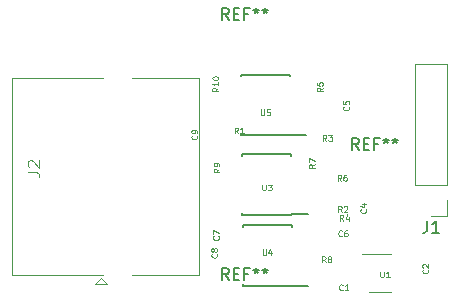
<source format=gbr>
G04 #@! TF.GenerationSoftware,KiCad,Pcbnew,(5.1.4-0)*
G04 #@! TF.CreationDate,2019-10-27T21:20:05-04:00*
G04 #@! TF.ProjectId,DifferentialSPIEncoder,44696666-6572-4656-9e74-69616c535049,rev?*
G04 #@! TF.SameCoordinates,Original*
G04 #@! TF.FileFunction,Legend,Top*
G04 #@! TF.FilePolarity,Positive*
%FSLAX46Y46*%
G04 Gerber Fmt 4.6, Leading zero omitted, Abs format (unit mm)*
G04 Created by KiCad (PCBNEW (5.1.4-0)) date 2019-10-27 21:20:05*
%MOMM*%
%LPD*%
G04 APERTURE LIST*
%ADD10C,0.120000*%
%ADD11C,0.150000*%
%ADD12C,0.090000*%
%ADD13C,0.060000*%
G04 APERTURE END LIST*
D10*
X130230000Y-68830000D02*
X128900000Y-68830000D01*
X130230000Y-67500000D02*
X130230000Y-68830000D01*
X130230000Y-66230000D02*
X127570000Y-66230000D01*
X127570000Y-66230000D02*
X127570000Y-56010000D01*
X130230000Y-66230000D02*
X130230000Y-56010000D01*
X130230000Y-56010000D02*
X127570000Y-56010000D01*
X100452680Y-74565800D02*
X100952680Y-74065800D01*
X101452680Y-74565800D02*
X100452680Y-74565800D01*
X100952680Y-74065800D02*
X101452680Y-74565800D01*
X109267680Y-57185800D02*
X103592680Y-57185800D01*
X109267680Y-73825800D02*
X103592680Y-73825800D01*
X109267680Y-73825800D02*
X109267680Y-57185800D01*
X93387680Y-57185800D02*
X101092680Y-57185800D01*
X93387680Y-73825800D02*
X101092680Y-73825800D01*
X93387680Y-73825800D02*
X93387680Y-57185800D01*
D11*
X117070960Y-68757240D02*
X117070960Y-68707240D01*
X112920960Y-68757240D02*
X112920960Y-68612240D01*
X112920960Y-63607240D02*
X112920960Y-63752240D01*
X117070960Y-63607240D02*
X117070960Y-63752240D01*
X117070960Y-68757240D02*
X112920960Y-68757240D01*
X117070960Y-63607240D02*
X112920960Y-63607240D01*
X117070960Y-68707240D02*
X118470960Y-68707240D01*
D10*
X123679560Y-75295400D02*
X125479560Y-75295400D01*
X125479560Y-72075400D02*
X123029560Y-72075400D01*
D11*
X117091280Y-74737200D02*
X118491280Y-74737200D01*
X117091280Y-69637200D02*
X112941280Y-69637200D01*
X117091280Y-74787200D02*
X112941280Y-74787200D01*
X117091280Y-69637200D02*
X117091280Y-69782200D01*
X112941280Y-69637200D02*
X112941280Y-69782200D01*
X112941280Y-74787200D02*
X112941280Y-74642200D01*
X117091280Y-74787200D02*
X117091280Y-74737200D01*
X116925000Y-62025000D02*
X116925000Y-61975000D01*
X112775000Y-62025000D02*
X112775000Y-61880000D01*
X112775000Y-56875000D02*
X112775000Y-57020000D01*
X116925000Y-56875000D02*
X116925000Y-57020000D01*
X116925000Y-62025000D02*
X112775000Y-62025000D01*
X116925000Y-56875000D02*
X112775000Y-56875000D01*
X116925000Y-61975000D02*
X118325000Y-61975000D01*
X122766666Y-63252380D02*
X122433333Y-62776190D01*
X122195238Y-63252380D02*
X122195238Y-62252380D01*
X122576190Y-62252380D01*
X122671428Y-62300000D01*
X122719047Y-62347619D01*
X122766666Y-62442857D01*
X122766666Y-62585714D01*
X122719047Y-62680952D01*
X122671428Y-62728571D01*
X122576190Y-62776190D01*
X122195238Y-62776190D01*
X123195238Y-62728571D02*
X123528571Y-62728571D01*
X123671428Y-63252380D02*
X123195238Y-63252380D01*
X123195238Y-62252380D01*
X123671428Y-62252380D01*
X124433333Y-62728571D02*
X124100000Y-62728571D01*
X124100000Y-63252380D02*
X124100000Y-62252380D01*
X124576190Y-62252380D01*
X125100000Y-62252380D02*
X125100000Y-62490476D01*
X124861904Y-62395238D02*
X125100000Y-62490476D01*
X125338095Y-62395238D01*
X124957142Y-62680952D02*
X125100000Y-62490476D01*
X125242857Y-62680952D01*
X125861904Y-62252380D02*
X125861904Y-62490476D01*
X125623809Y-62395238D02*
X125861904Y-62490476D01*
X126100000Y-62395238D01*
X125719047Y-62680952D02*
X125861904Y-62490476D01*
X126004761Y-62680952D01*
X111766666Y-74252380D02*
X111433333Y-73776190D01*
X111195238Y-74252380D02*
X111195238Y-73252380D01*
X111576190Y-73252380D01*
X111671428Y-73300000D01*
X111719047Y-73347619D01*
X111766666Y-73442857D01*
X111766666Y-73585714D01*
X111719047Y-73680952D01*
X111671428Y-73728571D01*
X111576190Y-73776190D01*
X111195238Y-73776190D01*
X112195238Y-73728571D02*
X112528571Y-73728571D01*
X112671428Y-74252380D02*
X112195238Y-74252380D01*
X112195238Y-73252380D01*
X112671428Y-73252380D01*
X113433333Y-73728571D02*
X113100000Y-73728571D01*
X113100000Y-74252380D02*
X113100000Y-73252380D01*
X113576190Y-73252380D01*
X114100000Y-73252380D02*
X114100000Y-73490476D01*
X113861904Y-73395238D02*
X114100000Y-73490476D01*
X114338095Y-73395238D01*
X113957142Y-73680952D02*
X114100000Y-73490476D01*
X114242857Y-73680952D01*
X114861904Y-73252380D02*
X114861904Y-73490476D01*
X114623809Y-73395238D02*
X114861904Y-73490476D01*
X115100000Y-73395238D01*
X114719047Y-73680952D02*
X114861904Y-73490476D01*
X115004761Y-73680952D01*
X111766666Y-52252380D02*
X111433333Y-51776190D01*
X111195238Y-52252380D02*
X111195238Y-51252380D01*
X111576190Y-51252380D01*
X111671428Y-51300000D01*
X111719047Y-51347619D01*
X111766666Y-51442857D01*
X111766666Y-51585714D01*
X111719047Y-51680952D01*
X111671428Y-51728571D01*
X111576190Y-51776190D01*
X111195238Y-51776190D01*
X112195238Y-51728571D02*
X112528571Y-51728571D01*
X112671428Y-52252380D02*
X112195238Y-52252380D01*
X112195238Y-51252380D01*
X112671428Y-51252380D01*
X113433333Y-51728571D02*
X113100000Y-51728571D01*
X113100000Y-52252380D02*
X113100000Y-51252380D01*
X113576190Y-51252380D01*
X114100000Y-51252380D02*
X114100000Y-51490476D01*
X113861904Y-51395238D02*
X114100000Y-51490476D01*
X114338095Y-51395238D01*
X113957142Y-51680952D02*
X114100000Y-51490476D01*
X114242857Y-51680952D01*
X114861904Y-51252380D02*
X114861904Y-51490476D01*
X114623809Y-51395238D02*
X114861904Y-51490476D01*
X115100000Y-51395238D01*
X114719047Y-51680952D02*
X114861904Y-51490476D01*
X115004761Y-51680952D01*
X128566666Y-69282380D02*
X128566666Y-69996666D01*
X128519047Y-70139523D01*
X128423809Y-70234761D01*
X128280952Y-70282380D01*
X128185714Y-70282380D01*
X129566666Y-70282380D02*
X128995238Y-70282380D01*
X129280952Y-70282380D02*
X129280952Y-69282380D01*
X129185714Y-69425238D01*
X129090476Y-69520476D01*
X128995238Y-69568095D01*
D12*
X94732860Y-65131933D02*
X95447146Y-65131933D01*
X95590003Y-65179552D01*
X95685241Y-65274790D01*
X95732860Y-65417647D01*
X95732860Y-65512885D01*
X94828099Y-64703361D02*
X94780480Y-64655742D01*
X94732860Y-64560504D01*
X94732860Y-64322409D01*
X94780480Y-64227171D01*
X94828099Y-64179552D01*
X94923337Y-64131933D01*
X95018575Y-64131933D01*
X95161432Y-64179552D01*
X95732860Y-64750980D01*
X95732860Y-64131933D01*
D13*
X114615007Y-66187830D02*
X114615007Y-66592592D01*
X114638817Y-66640211D01*
X114662626Y-66664020D01*
X114710245Y-66687830D01*
X114805483Y-66687830D01*
X114853102Y-66664020D01*
X114876912Y-66640211D01*
X114900721Y-66592592D01*
X114900721Y-66187830D01*
X115091198Y-66187830D02*
X115400721Y-66187830D01*
X115234055Y-66378306D01*
X115305483Y-66378306D01*
X115353102Y-66402116D01*
X115376912Y-66425925D01*
X115400721Y-66473544D01*
X115400721Y-66592592D01*
X115376912Y-66640211D01*
X115353102Y-66664020D01*
X115305483Y-66687830D01*
X115162626Y-66687830D01*
X115115007Y-66664020D01*
X115091198Y-66640211D01*
X110887150Y-57988748D02*
X110649055Y-58155415D01*
X110887150Y-58274462D02*
X110387150Y-58274462D01*
X110387150Y-58083986D01*
X110410960Y-58036367D01*
X110434769Y-58012558D01*
X110482388Y-57988748D01*
X110553817Y-57988748D01*
X110601436Y-58012558D01*
X110625245Y-58036367D01*
X110649055Y-58083986D01*
X110649055Y-58274462D01*
X110887150Y-57512558D02*
X110887150Y-57798272D01*
X110887150Y-57655415D02*
X110387150Y-57655415D01*
X110458579Y-57703034D01*
X110506198Y-57750653D01*
X110530007Y-57798272D01*
X110387150Y-57203034D02*
X110387150Y-57155415D01*
X110410960Y-57107796D01*
X110434769Y-57083986D01*
X110482388Y-57060177D01*
X110577626Y-57036367D01*
X110696674Y-57036367D01*
X110791912Y-57060177D01*
X110839531Y-57083986D01*
X110863340Y-57107796D01*
X110887150Y-57155415D01*
X110887150Y-57203034D01*
X110863340Y-57250653D01*
X110839531Y-57274462D01*
X110791912Y-57298272D01*
X110696674Y-57322081D01*
X110577626Y-57322081D01*
X110482388Y-57298272D01*
X110434769Y-57274462D01*
X110410960Y-57250653D01*
X110387150Y-57203034D01*
X110981590Y-64835053D02*
X110743495Y-65001720D01*
X110981590Y-65120767D02*
X110481590Y-65120767D01*
X110481590Y-64930291D01*
X110505400Y-64882672D01*
X110529209Y-64858862D01*
X110576828Y-64835053D01*
X110648257Y-64835053D01*
X110695876Y-64858862D01*
X110719685Y-64882672D01*
X110743495Y-64930291D01*
X110743495Y-65120767D01*
X110981590Y-64596958D02*
X110981590Y-64501720D01*
X110957780Y-64454100D01*
X110933971Y-64430291D01*
X110862542Y-64382672D01*
X110767304Y-64358862D01*
X110576828Y-64358862D01*
X110529209Y-64382672D01*
X110505400Y-64406481D01*
X110481590Y-64454100D01*
X110481590Y-64549339D01*
X110505400Y-64596958D01*
X110529209Y-64620767D01*
X110576828Y-64644577D01*
X110695876Y-64644577D01*
X110743495Y-64620767D01*
X110767304Y-64596958D01*
X110791114Y-64549339D01*
X110791114Y-64454100D01*
X110767304Y-64406481D01*
X110743495Y-64382672D01*
X110695876Y-64358862D01*
X119967226Y-72775270D02*
X119800560Y-72537175D01*
X119681512Y-72775270D02*
X119681512Y-72275270D01*
X119871988Y-72275270D01*
X119919607Y-72299080D01*
X119943417Y-72322889D01*
X119967226Y-72370508D01*
X119967226Y-72441937D01*
X119943417Y-72489556D01*
X119919607Y-72513365D01*
X119871988Y-72537175D01*
X119681512Y-72537175D01*
X120252940Y-72489556D02*
X120205321Y-72465746D01*
X120181512Y-72441937D01*
X120157702Y-72394318D01*
X120157702Y-72370508D01*
X120181512Y-72322889D01*
X120205321Y-72299080D01*
X120252940Y-72275270D01*
X120348179Y-72275270D01*
X120395798Y-72299080D01*
X120419607Y-72322889D01*
X120443417Y-72370508D01*
X120443417Y-72394318D01*
X120419607Y-72441937D01*
X120395798Y-72465746D01*
X120348179Y-72489556D01*
X120252940Y-72489556D01*
X120205321Y-72513365D01*
X120181512Y-72537175D01*
X120157702Y-72584794D01*
X120157702Y-72680032D01*
X120181512Y-72727651D01*
X120205321Y-72751460D01*
X120252940Y-72775270D01*
X120348179Y-72775270D01*
X120395798Y-72751460D01*
X120419607Y-72727651D01*
X120443417Y-72680032D01*
X120443417Y-72584794D01*
X120419607Y-72537175D01*
X120395798Y-72513365D01*
X120348179Y-72489556D01*
X119061030Y-64464853D02*
X118822935Y-64631520D01*
X119061030Y-64750567D02*
X118561030Y-64750567D01*
X118561030Y-64560091D01*
X118584840Y-64512472D01*
X118608649Y-64488662D01*
X118656268Y-64464853D01*
X118727697Y-64464853D01*
X118775316Y-64488662D01*
X118799125Y-64512472D01*
X118822935Y-64560091D01*
X118822935Y-64750567D01*
X118561030Y-64298186D02*
X118561030Y-63964853D01*
X119061030Y-64179139D01*
X121288026Y-65854710D02*
X121121360Y-65616615D01*
X121002312Y-65854710D02*
X121002312Y-65354710D01*
X121192788Y-65354710D01*
X121240407Y-65378520D01*
X121264217Y-65402329D01*
X121288026Y-65449948D01*
X121288026Y-65521377D01*
X121264217Y-65568996D01*
X121240407Y-65592805D01*
X121192788Y-65616615D01*
X121002312Y-65616615D01*
X121716598Y-65354710D02*
X121621360Y-65354710D01*
X121573740Y-65378520D01*
X121549931Y-65402329D01*
X121502312Y-65473758D01*
X121478502Y-65568996D01*
X121478502Y-65759472D01*
X121502312Y-65807091D01*
X121526121Y-65830900D01*
X121573740Y-65854710D01*
X121668979Y-65854710D01*
X121716598Y-65830900D01*
X121740407Y-65807091D01*
X121764217Y-65759472D01*
X121764217Y-65640424D01*
X121740407Y-65592805D01*
X121716598Y-65568996D01*
X121668979Y-65545186D01*
X121573740Y-65545186D01*
X121526121Y-65568996D01*
X121502312Y-65592805D01*
X121478502Y-65640424D01*
X119728110Y-58005493D02*
X119490015Y-58172160D01*
X119728110Y-58291207D02*
X119228110Y-58291207D01*
X119228110Y-58100731D01*
X119251920Y-58053112D01*
X119275729Y-58029302D01*
X119323348Y-58005493D01*
X119394777Y-58005493D01*
X119442396Y-58029302D01*
X119466205Y-58053112D01*
X119490015Y-58100731D01*
X119490015Y-58291207D01*
X119228110Y-57553112D02*
X119228110Y-57791207D01*
X119466205Y-57815017D01*
X119442396Y-57791207D01*
X119418586Y-57743588D01*
X119418586Y-57624540D01*
X119442396Y-57576921D01*
X119466205Y-57553112D01*
X119513824Y-57529302D01*
X119632872Y-57529302D01*
X119680491Y-57553112D01*
X119704300Y-57576921D01*
X119728110Y-57624540D01*
X119728110Y-57743588D01*
X119704300Y-57791207D01*
X119680491Y-57815017D01*
X121483466Y-69232910D02*
X121316800Y-68994815D01*
X121197752Y-69232910D02*
X121197752Y-68732910D01*
X121388228Y-68732910D01*
X121435847Y-68756720D01*
X121459657Y-68780529D01*
X121483466Y-68828148D01*
X121483466Y-68899577D01*
X121459657Y-68947196D01*
X121435847Y-68971005D01*
X121388228Y-68994815D01*
X121197752Y-68994815D01*
X121912038Y-68899577D02*
X121912038Y-69232910D01*
X121792990Y-68709100D02*
X121673942Y-69066243D01*
X121983466Y-69066243D01*
X120043426Y-62481590D02*
X119876760Y-62243495D01*
X119757712Y-62481590D02*
X119757712Y-61981590D01*
X119948188Y-61981590D01*
X119995807Y-62005400D01*
X120019617Y-62029209D01*
X120043426Y-62076828D01*
X120043426Y-62148257D01*
X120019617Y-62195876D01*
X119995807Y-62219685D01*
X119948188Y-62243495D01*
X119757712Y-62243495D01*
X120210093Y-61981590D02*
X120519617Y-61981590D01*
X120352950Y-62172066D01*
X120424379Y-62172066D01*
X120471998Y-62195876D01*
X120495807Y-62219685D01*
X120519617Y-62267304D01*
X120519617Y-62386352D01*
X120495807Y-62433971D01*
X120471998Y-62457780D01*
X120424379Y-62481590D01*
X120281521Y-62481590D01*
X120233902Y-62457780D01*
X120210093Y-62433971D01*
X121323586Y-68506470D02*
X121156920Y-68268375D01*
X121037872Y-68506470D02*
X121037872Y-68006470D01*
X121228348Y-68006470D01*
X121275967Y-68030280D01*
X121299777Y-68054089D01*
X121323586Y-68101708D01*
X121323586Y-68173137D01*
X121299777Y-68220756D01*
X121275967Y-68244565D01*
X121228348Y-68268375D01*
X121037872Y-68268375D01*
X121514062Y-68054089D02*
X121537872Y-68030280D01*
X121585491Y-68006470D01*
X121704539Y-68006470D01*
X121752158Y-68030280D01*
X121775967Y-68054089D01*
X121799777Y-68101708D01*
X121799777Y-68149327D01*
X121775967Y-68220756D01*
X121490253Y-68506470D01*
X121799777Y-68506470D01*
X112546666Y-61856190D02*
X112380000Y-61618095D01*
X112260952Y-61856190D02*
X112260952Y-61356190D01*
X112451428Y-61356190D01*
X112499047Y-61380000D01*
X112522857Y-61403809D01*
X112546666Y-61451428D01*
X112546666Y-61522857D01*
X112522857Y-61570476D01*
X112499047Y-61594285D01*
X112451428Y-61618095D01*
X112260952Y-61618095D01*
X113022857Y-61856190D02*
X112737142Y-61856190D01*
X112880000Y-61856190D02*
X112880000Y-61356190D01*
X112832380Y-61427619D01*
X112784761Y-61475238D01*
X112737142Y-61499047D01*
X109048051Y-62039013D02*
X109071860Y-62062822D01*
X109095670Y-62134251D01*
X109095670Y-62181870D01*
X109071860Y-62253299D01*
X109024241Y-62300918D01*
X108976622Y-62324727D01*
X108881384Y-62348537D01*
X108809956Y-62348537D01*
X108714718Y-62324727D01*
X108667099Y-62300918D01*
X108619480Y-62253299D01*
X108595670Y-62181870D01*
X108595670Y-62134251D01*
X108619480Y-62062822D01*
X108643289Y-62039013D01*
X109095670Y-61800918D02*
X109095670Y-61705680D01*
X109071860Y-61658060D01*
X109048051Y-61634251D01*
X108976622Y-61586632D01*
X108881384Y-61562822D01*
X108690908Y-61562822D01*
X108643289Y-61586632D01*
X108619480Y-61610441D01*
X108595670Y-61658060D01*
X108595670Y-61753299D01*
X108619480Y-61800918D01*
X108643289Y-61824727D01*
X108690908Y-61848537D01*
X108809956Y-61848537D01*
X108857575Y-61824727D01*
X108881384Y-61800918D01*
X108905194Y-61753299D01*
X108905194Y-61658060D01*
X108881384Y-61610441D01*
X108857575Y-61586632D01*
X108809956Y-61562822D01*
X110744771Y-72061853D02*
X110768580Y-72085662D01*
X110792390Y-72157091D01*
X110792390Y-72204710D01*
X110768580Y-72276139D01*
X110720961Y-72323758D01*
X110673342Y-72347567D01*
X110578104Y-72371377D01*
X110506676Y-72371377D01*
X110411438Y-72347567D01*
X110363819Y-72323758D01*
X110316200Y-72276139D01*
X110292390Y-72204710D01*
X110292390Y-72157091D01*
X110316200Y-72085662D01*
X110340009Y-72061853D01*
X110506676Y-71776139D02*
X110482866Y-71823758D01*
X110459057Y-71847567D01*
X110411438Y-71871377D01*
X110387628Y-71871377D01*
X110340009Y-71847567D01*
X110316200Y-71823758D01*
X110292390Y-71776139D01*
X110292390Y-71680900D01*
X110316200Y-71633281D01*
X110340009Y-71609472D01*
X110387628Y-71585662D01*
X110411438Y-71585662D01*
X110459057Y-71609472D01*
X110482866Y-71633281D01*
X110506676Y-71680900D01*
X110506676Y-71776139D01*
X110530485Y-71823758D01*
X110554295Y-71847567D01*
X110601914Y-71871377D01*
X110697152Y-71871377D01*
X110744771Y-71847567D01*
X110768580Y-71823758D01*
X110792390Y-71776139D01*
X110792390Y-71680900D01*
X110768580Y-71633281D01*
X110744771Y-71609472D01*
X110697152Y-71585662D01*
X110601914Y-71585662D01*
X110554295Y-71609472D01*
X110530485Y-71633281D01*
X110506676Y-71680900D01*
X110894211Y-70560133D02*
X110918020Y-70583942D01*
X110941830Y-70655371D01*
X110941830Y-70702990D01*
X110918020Y-70774419D01*
X110870401Y-70822038D01*
X110822782Y-70845847D01*
X110727544Y-70869657D01*
X110656116Y-70869657D01*
X110560878Y-70845847D01*
X110513259Y-70822038D01*
X110465640Y-70774419D01*
X110441830Y-70702990D01*
X110441830Y-70655371D01*
X110465640Y-70583942D01*
X110489449Y-70560133D01*
X110441830Y-70393466D02*
X110441830Y-70060133D01*
X110941830Y-70274419D01*
X121348706Y-70511171D02*
X121324897Y-70534980D01*
X121253468Y-70558790D01*
X121205849Y-70558790D01*
X121134420Y-70534980D01*
X121086801Y-70487361D01*
X121062992Y-70439742D01*
X121039182Y-70344504D01*
X121039182Y-70273076D01*
X121062992Y-70177838D01*
X121086801Y-70130219D01*
X121134420Y-70082600D01*
X121205849Y-70058790D01*
X121253468Y-70058790D01*
X121324897Y-70082600D01*
X121348706Y-70106409D01*
X121777278Y-70058790D02*
X121682040Y-70058790D01*
X121634420Y-70082600D01*
X121610611Y-70106409D01*
X121562992Y-70177838D01*
X121539182Y-70273076D01*
X121539182Y-70463552D01*
X121562992Y-70511171D01*
X121586801Y-70534980D01*
X121634420Y-70558790D01*
X121729659Y-70558790D01*
X121777278Y-70534980D01*
X121801087Y-70511171D01*
X121824897Y-70463552D01*
X121824897Y-70344504D01*
X121801087Y-70296885D01*
X121777278Y-70273076D01*
X121729659Y-70249266D01*
X121634420Y-70249266D01*
X121586801Y-70273076D01*
X121562992Y-70296885D01*
X121539182Y-70344504D01*
X121910611Y-59587773D02*
X121934420Y-59611582D01*
X121958230Y-59683011D01*
X121958230Y-59730630D01*
X121934420Y-59802059D01*
X121886801Y-59849678D01*
X121839182Y-59873487D01*
X121743944Y-59897297D01*
X121672516Y-59897297D01*
X121577278Y-59873487D01*
X121529659Y-59849678D01*
X121482040Y-59802059D01*
X121458230Y-59730630D01*
X121458230Y-59683011D01*
X121482040Y-59611582D01*
X121505849Y-59587773D01*
X121458230Y-59135392D02*
X121458230Y-59373487D01*
X121696325Y-59397297D01*
X121672516Y-59373487D01*
X121648706Y-59325868D01*
X121648706Y-59206820D01*
X121672516Y-59159201D01*
X121696325Y-59135392D01*
X121743944Y-59111582D01*
X121862992Y-59111582D01*
X121910611Y-59135392D01*
X121934420Y-59159201D01*
X121958230Y-59206820D01*
X121958230Y-59325868D01*
X121934420Y-59373487D01*
X121910611Y-59397297D01*
X123358411Y-68277253D02*
X123382220Y-68301062D01*
X123406030Y-68372491D01*
X123406030Y-68420110D01*
X123382220Y-68491539D01*
X123334601Y-68539158D01*
X123286982Y-68562967D01*
X123191744Y-68586777D01*
X123120316Y-68586777D01*
X123025078Y-68562967D01*
X122977459Y-68539158D01*
X122929840Y-68491539D01*
X122906030Y-68420110D01*
X122906030Y-68372491D01*
X122929840Y-68301062D01*
X122953649Y-68277253D01*
X123072697Y-67848681D02*
X123406030Y-67848681D01*
X122882220Y-67967729D02*
X123239363Y-68086777D01*
X123239363Y-67777253D01*
X128606571Y-73402973D02*
X128630380Y-73426782D01*
X128654190Y-73498211D01*
X128654190Y-73545830D01*
X128630380Y-73617259D01*
X128582761Y-73664878D01*
X128535142Y-73688687D01*
X128439904Y-73712497D01*
X128368476Y-73712497D01*
X128273238Y-73688687D01*
X128225619Y-73664878D01*
X128178000Y-73617259D01*
X128154190Y-73545830D01*
X128154190Y-73498211D01*
X128178000Y-73426782D01*
X128201809Y-73402973D01*
X128201809Y-73212497D02*
X128178000Y-73188687D01*
X128154190Y-73141068D01*
X128154190Y-73022020D01*
X128178000Y-72974401D01*
X128201809Y-72950592D01*
X128249428Y-72926782D01*
X128297047Y-72926782D01*
X128368476Y-72950592D01*
X128654190Y-73236306D01*
X128654190Y-72926782D01*
X121409946Y-75079691D02*
X121386137Y-75103500D01*
X121314708Y-75127310D01*
X121267089Y-75127310D01*
X121195660Y-75103500D01*
X121148041Y-75055881D01*
X121124232Y-75008262D01*
X121100422Y-74913024D01*
X121100422Y-74841596D01*
X121124232Y-74746358D01*
X121148041Y-74698739D01*
X121195660Y-74651120D01*
X121267089Y-74627310D01*
X121314708Y-74627310D01*
X121386137Y-74651120D01*
X121409946Y-74674929D01*
X121886137Y-75127310D02*
X121600422Y-75127310D01*
X121743280Y-75127310D02*
X121743280Y-74627310D01*
X121695660Y-74698739D01*
X121648041Y-74746358D01*
X121600422Y-74770167D01*
X124605007Y-73548750D02*
X124605007Y-73953512D01*
X124628817Y-74001131D01*
X124652626Y-74024940D01*
X124700245Y-74048750D01*
X124795483Y-74048750D01*
X124843102Y-74024940D01*
X124866912Y-74001131D01*
X124890721Y-73953512D01*
X124890721Y-73548750D01*
X125390721Y-74048750D02*
X125105007Y-74048750D01*
X125247864Y-74048750D02*
X125247864Y-73548750D01*
X125200245Y-73620179D01*
X125152626Y-73667798D01*
X125105007Y-73691607D01*
X114635327Y-71684390D02*
X114635327Y-72089152D01*
X114659137Y-72136771D01*
X114682946Y-72160580D01*
X114730565Y-72184390D01*
X114825803Y-72184390D01*
X114873422Y-72160580D01*
X114897232Y-72136771D01*
X114921041Y-72089152D01*
X114921041Y-71684390D01*
X115373422Y-71851057D02*
X115373422Y-72184390D01*
X115254375Y-71660580D02*
X115135327Y-72017723D01*
X115444851Y-72017723D01*
X114469047Y-59811190D02*
X114469047Y-60215952D01*
X114492857Y-60263571D01*
X114516666Y-60287380D01*
X114564285Y-60311190D01*
X114659523Y-60311190D01*
X114707142Y-60287380D01*
X114730952Y-60263571D01*
X114754761Y-60215952D01*
X114754761Y-59811190D01*
X115230952Y-59811190D02*
X114992857Y-59811190D01*
X114969047Y-60049285D01*
X114992857Y-60025476D01*
X115040476Y-60001666D01*
X115159523Y-60001666D01*
X115207142Y-60025476D01*
X115230952Y-60049285D01*
X115254761Y-60096904D01*
X115254761Y-60215952D01*
X115230952Y-60263571D01*
X115207142Y-60287380D01*
X115159523Y-60311190D01*
X115040476Y-60311190D01*
X114992857Y-60287380D01*
X114969047Y-60263571D01*
M02*

</source>
